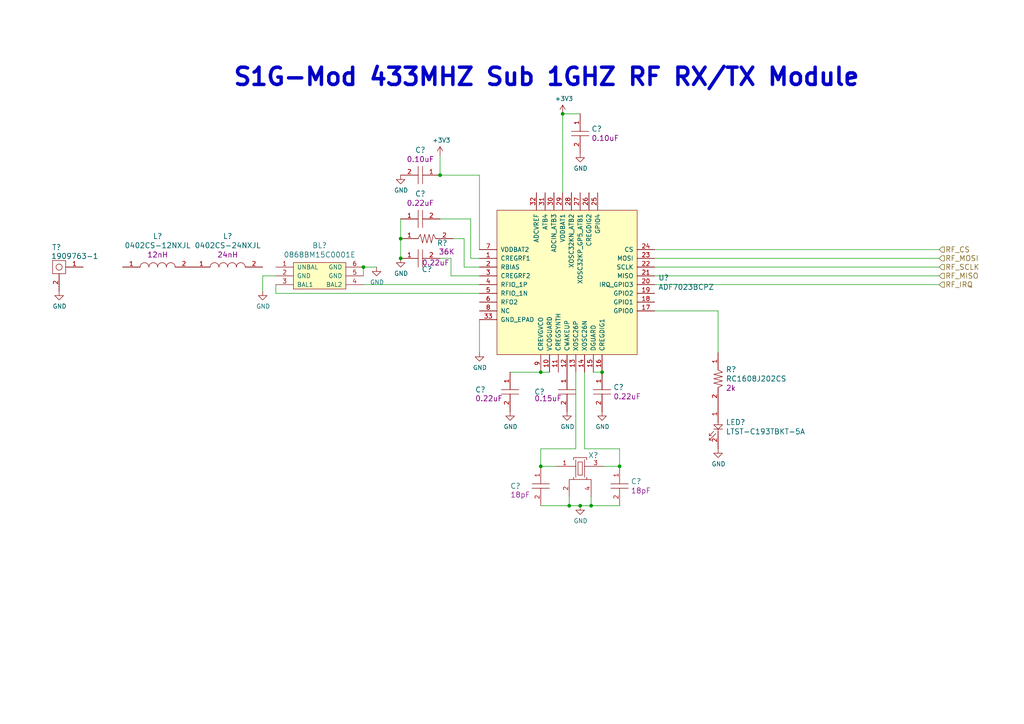
<source format=kicad_sch>
(kicad_sch (version 20230121) (generator eeschema)
  (paper "A4")
  (lib_symbols
    (symbol "S1G_Mod_433-rescue:+3.3V" (power) (pin_names (offset 0))
      (property "Value" "+3.3V" (at 0 3.556 0))
      (symbol "+3.3V_0_1"
        (polyline (pts (xy -0.762 1.27) (xy 0 2.54)))
        (polyline (pts (xy 0 0) (xy 0 2.54)))
        (polyline (pts (xy 0 2.54) (xy 0.762 1.27)))
      )
      (symbol "+3.3V_1_1"
        (pin power_in line (at 0 0 90) (length 0) hide (name "+3V3") (number "1"))
      )
    )
    (symbol "S1G_Mod_433-rescue:0402CS-12NXJL" (pin_names (offset 1.016))
      (property "Reference" "L" (at -3.81 -4.445 0))
      (property "Value" "0402CS-12NXJL" (at 0 -2.54 0))
      (property "Component-Value" "12nH" (at -2.54 -6.985 0))
      (symbol "0402CS-12NXJL_0_1"
        (arc (start -3.81 1.27) (mid -4.7246 0.9071) (end -5.08 0))
        (arc (start -2.54 0) (mid -2.9029 0.9146) (end -3.81 1.27))
        (arc (start -1.27 1.27) (mid -2.1846 0.9071) (end -2.54 0))
        (arc (start 0 0) (mid -0.3629 0.9146) (end -1.27 1.27))
        (arc (start 1.27 1.27) (mid 0.3554 0.9071) (end 0 0))
        (arc (start 2.54 0) (mid 2.1771 0.9146) (end 1.27 1.27))
        (arc (start 3.81 1.27) (mid 2.8954 0.9071) (end 2.54 0))
        (arc (start 5.08 0) (mid 4.7171 0.9146) (end 3.81 1.27))
      )
      (symbol "0402CS-12NXJL_1_1"
        (pin input line (at -10.16 0 0) (length 5.08) (name "~") (number "1"))
        (pin input line (at 10.16 0 180) (length 5.08) (name "~") (number "2"))
      )
    )
    (symbol "S1G_Mod_433-rescue:0402CS-24NXJL" (pin_names (offset 1.016))
      (property "Reference" "L" (at -3.81 -4.445 0))
      (property "Value" "0402CS-24NXJL" (at 0 -2.54 0))
      (property "Component-Value" "24nH" (at -2.54 -6.985 0))
      (symbol "0402CS-24NXJL_0_1"
        (arc (start -3.81 1.27) (mid -4.7246 0.9071) (end -5.08 0))
        (arc (start -2.54 0) (mid -2.9029 0.9146) (end -3.81 1.27))
        (arc (start -1.27 1.27) (mid -2.1846 0.9071) (end -2.54 0))
        (arc (start 0 0) (mid -0.3629 0.9146) (end -1.27 1.27))
        (arc (start 1.27 1.27) (mid 0.3554 0.9071) (end 0 0))
        (arc (start 2.54 0) (mid 2.1771 0.9146) (end 1.27 1.27))
        (arc (start 3.81 1.27) (mid 2.8954 0.9071) (end 2.54 0))
        (arc (start 5.08 0) (mid 4.7171 0.9146) (end 3.81 1.27))
      )
      (symbol "0402CS-24NXJL_1_1"
        (pin input line (at -10.16 0 0) (length 5.08) (name "~") (number "1"))
        (pin input line (at 10.16 0 180) (length 5.08) (name "~") (number "2"))
      )
    )
    (symbol "S1G_Mod_433-rescue:0868BM15C0001E" (pin_names (offset 1.016))
      (property "Reference" "BL" (at -5.08 5.08 0))
      (property "Value" "0868BM15C0001E" (at 0 -5.08 0))
      (symbol "0868BM15C0001E_0_1"
        (rectangle (start -7.62 3.81) (end 7.62 -3.81) (fill (type background)))
      )
      (symbol "0868BM15C0001E_1_1"
        (pin input line (at -12.7 2.54 0) (length 5.08) (name "UNBAL") (number "1"))
        (pin input line (at -12.7 0 0) (length 5.08) (name "GND") (number "2"))
        (pin input line (at -12.7 -2.54 0) (length 5.08) (name "BAL1") (number "3"))
        (pin input line (at 12.7 -2.54 180) (length 5.08) (name "BAL2") (number "4"))
        (pin input line (at 12.7 0 180) (length 5.08) (name "GND") (number "5"))
        (pin input line (at 12.7 2.54 180) (length 5.08) (name "GND") (number "6"))
      )
    )
    (symbol "S1G_Mod_433-rescue:1909763-1" (pin_names (offset 1.016))
      (property "Reference" "T" (at 3.81 -1.27 0))
      (property "Value" "1909763-1" (at 8.89 1.27 0))
      (symbol "1909763-1_0_1"
        (rectangle (start -1.905 1.905) (end 1.905 -1.905))
        (circle (center 0 0) (radius 0.889))
      )
      (symbol "1909763-1_1_1"
        (pin bidirectional line (at -6.985 0 0) (length 5.08) (name "~") (number "1"))
        (pin bidirectional line (at 0 -6.985 90) (length 5.08) (name "~") (number "2"))
      )
    )
    (symbol "S1G_Mod_433-rescue:ADF7023BCPZ" (pin_names (offset 1.016))
      (property "Reference" "U" (at -20.32 21.59 0))
      (property "Value" "ADF7023BCPZ" (at 17.78 -22.86 0))
      (symbol "ADF7023BCPZ_0_1"
        (rectangle (start -21.59 20.32) (end 19.05 -21.59) (fill (type background)))
      )
      (symbol "ADF7023BCPZ_1_1"
        (pin passive line (at -26.67 6.35 0) (length 5.08) (name "CREGRF1") (number "1"))
        (pin passive line (at -6.35 -26.67 90) (length 5.08) (name "VCOGUARD") (number "10"))
        (pin passive line (at -3.81 -26.67 90) (length 5.08) (name "CREGSYNTH") (number "11"))
        (pin passive line (at -1.27 -26.67 90) (length 5.08) (name "CWAKEUP") (number "12"))
        (pin passive line (at 1.27 -26.67 90) (length 5.08) (name "XOSC26P") (number "13"))
        (pin passive line (at 3.81 -26.67 90) (length 5.08) (name "XOSC26N") (number "14"))
        (pin passive line (at 6.35 -26.67 90) (length 5.08) (name "DGUARD") (number "15"))
        (pin passive line (at 8.89 -26.67 90) (length 5.08) (name "CREGDIG1") (number "16"))
        (pin passive line (at 24.13 -8.89 180) (length 5.08) (name "GPIO0") (number "17"))
        (pin passive line (at 24.13 -6.35 180) (length 5.08) (name "GPIO1") (number "18"))
        (pin passive line (at 24.13 -3.81 180) (length 5.08) (name "GPIO2") (number "19"))
        (pin passive line (at -26.67 3.81 0) (length 5.08) (name "RBIAS") (number "2"))
        (pin passive line (at 24.13 -1.27 180) (length 5.08) (name "IRQ_GPIO3") (number "20"))
        (pin passive line (at 24.13 1.27 180) (length 5.08) (name "MISO") (number "21"))
        (pin passive line (at 24.13 3.81 180) (length 5.08) (name "SCLK") (number "22"))
        (pin passive line (at 24.13 6.35 180) (length 5.08) (name "MOSI") (number "23"))
        (pin passive line (at 24.13 8.89 180) (length 5.08) (name "CS") (number "24"))
        (pin passive line (at 7.62 25.4 270) (length 5.08) (name "GPIO4") (number "25"))
        (pin passive line (at 5.08 25.4 270) (length 5.08) (name "CREGDIG2") (number "26"))
        (pin passive line (at 2.54 25.4 270) (length 5.08) (name "XOSC32KP_GP5_ATB1") (number "27"))
        (pin passive line (at 0 25.4 270) (length 5.08) (name "XOSC32KN_ATB2") (number "28"))
        (pin passive line (at -2.54 25.4 270) (length 5.08) (name "VDDBAT1") (number "29"))
        (pin passive line (at -26.67 1.27 0) (length 5.08) (name "CREGRF2") (number "3"))
        (pin passive line (at -5.08 25.4 270) (length 5.08) (name "ADCIN_ATB3") (number "30"))
        (pin passive line (at -7.62 25.4 270) (length 5.08) (name "ATB4") (number "31"))
        (pin passive line (at -10.16 25.4 270) (length 5.08) (name "ADCVREF") (number "32"))
        (pin passive line (at -26.67 -11.43 0) (length 5.08) (name "GND_EPAD") (number "33"))
        (pin passive line (at -26.67 -1.27 0) (length 5.08) (name "RFIO_1P") (number "4"))
        (pin passive line (at -26.67 -3.81 0) (length 5.08) (name "RFIO_1N") (number "5"))
        (pin passive line (at -26.67 -6.35 0) (length 5.08) (name "RFO2") (number "6"))
        (pin passive line (at -26.67 8.89 0) (length 5.08) (name "VDDBAT2") (number "7"))
        (pin passive line (at -26.67 -8.89 0) (length 5.08) (name "NC") (number "8"))
        (pin passive line (at -8.89 -26.67 90) (length 5.08) (name "CREVGVCO") (number "9"))
      )
    )
    (symbol "S1G_Mod_433-rescue:CL05B104JP5NNNC" (pin_names (offset 1.016))
      (property "Reference" "C" (at -5.08 3.81 0))
      (property "Value" "CL05B104JP5NNNC" (at 1.27 -3.81 0))
      (property "Component-Value" "0.10uF" (at -5.715 -6.35 0))
      (symbol "CL05B104JP5NNNC_0_1"
        (polyline (pts (xy -1.27 2.54) (xy -1.27 -2.54)))
        (polyline (pts (xy 0 2.54) (xy 0 -2.54)))
      )
      (symbol "CL05B104JP5NNNC_1_1"
        (pin input line (at -6.35 0 0) (length 5.08) (name "~") (number "1"))
        (pin input line (at 5.08 0 180) (length 5.08) (name "~") (number "2"))
      )
    )
    (symbol "S1G_Mod_433-rescue:CL05C180GB5NCNC" (pin_names (offset 1.016))
      (property "Reference" "C" (at -5.08 1.27 0))
      (property "Value" "CL05C180GB5NCNC" (at -7.62 -3.81 0))
      (property "Componen-Value" "18pF" (at -15.875 -6.35 0))
      (symbol "CL05C180GB5NCNC_0_1"
        (polyline (pts (xy 0 2.54) (xy 0 -2.54)))
        (polyline (pts (xy 1.27 2.54) (xy 1.27 -2.54)))
      )
      (symbol "CL05C180GB5NCNC_1_1"
        (pin input line (at -5.08 0 0) (length 5.08) (name "~") (number "1"))
        (pin input line (at 6.35 0 180) (length 5.08) (name "~") (number "2"))
      )
    )
    (symbol "S1G_Mod_433-rescue:CL10B224JO8NNNC" (pin_names (offset 1.016))
      (property "Reference" "C" (at -5.08 3.81 0))
      (property "Value" "CL10B224JO8NNNC" (at 1.27 -3.81 0))
      (property "Component-Value" "0.22uF" (at -5.715 -6.35 0))
      (symbol "CL10B224JO8NNNC_0_1"
        (polyline (pts (xy -1.27 2.54) (xy -1.27 -2.54)))
        (polyline (pts (xy 0 2.54) (xy 0 -2.54)))
      )
      (symbol "CL10B224JO8NNNC_1_1"
        (pin input line (at -6.35 0 0) (length 5.08) (name "~") (number "1"))
        (pin input line (at 5.08 0 180) (length 5.08) (name "~") (number "2"))
      )
    )
    (symbol "S1G_Mod_433-rescue:ERA-2AED363X" (pin_names (offset 1.016))
      (property "Reference" "R" (at -7.62 8.89 0))
      (property "Value" "ERA-2AED363X" (at 0 -3.81 0))
      (property "Component-Value" "36K" (at -13.97 0 0))
      (symbol "ERA-2AED363X_0_1"
        (polyline (pts (xy -2.54 0) (xy -1.905 1.27) (xy -1.27 -1.27) (xy -0.635 1.27) (xy 0 -1.27) (xy 0.635 1.27) (xy 1.27 -1.27) (xy 1.905 1.27) (xy 2.54 0)))
      )
      (symbol "ERA-2AED363X_1_1"
        (pin input line (at -7.62 0 0) (length 5.08) (name "~") (number "1"))
        (pin input line (at 7.62 0 180) (length 5.08) (name "~") (number "2"))
      )
    )
    (symbol "S1G_Mod_433-rescue:FA-128_26.0000MF10Z-AC3" (pin_names (offset 1.016))
      (property "Reference" "X" (at -2.54 5.08 0))
      (property "Value" "FA-128_26.0000MF10Z-AC3" (at 12.7 5.08 0))
      (symbol "FA-128_26.0000MF10Z-AC3_1_1"
        (polyline (pts (xy -2.54 -2.54) (xy 3.81 -2.54)))
        (polyline (pts (xy -1.27 -2.54) (xy -1.27 -1.905)))
        (polyline (pts (xy -1.27 1.27) (xy -0.635 1.27)))
        (polyline (pts (xy -0.635 -1.905) (xy -0.635 3.175)))
        (polyline (pts (xy 1.905 3.175) (xy 1.905 -1.905)))
        (polyline (pts (xy 2.54 -1.905) (xy 2.54 -2.54)))
        (polyline (pts (xy 2.54 1.27) (xy 1.905 1.27)))
        (polyline (pts (xy -1.27 3.175) (xy -1.27 3.81) (xy 2.54 3.81) (xy 2.54 3.175)))
        (polyline (pts (xy 0 2.54) (xy 1.27 2.54) (xy 1.27 -1.27) (xy 0 -1.27) (xy 0 2.54)))
        (pin bidirectional line (at -6.35 1.27 0) (length 5.0038) (name "~") (number "1"))
        (pin bidirectional line (at -2.54 -7.62 90) (length 5.0038) (name "~") (number "2"))
        (pin bidirectional line (at 7.62 1.27 180) (length 5.0038) (name "~") (number "3"))
        (pin bidirectional line (at 3.81 -7.62 90) (length 5.0038) (name "~") (number "4"))
      )
    )
    (symbol "S1G_Mod_433-rescue:GND" (power) (pin_names (offset 0))
      (property "Value" "GND" (at 0 -3.81 0))
      (symbol "GND_0_1"
        (polyline (pts (xy 0 0) (xy 0 -1.27) (xy 1.27 -1.27) (xy 0 -2.54) (xy -1.27 -1.27) (xy 0 -1.27)))
      )
      (symbol "GND_1_1"
        (pin power_in line (at 0 0 270) (length 0) hide (name "GND") (number "1"))
      )
    )
    (symbol "S1G_Mod_433-rescue:GRM155R71H152KA01D" (pin_names (offset 1.016))
      (property "Reference" "C" (at -15.24 -1.27 0))
      (property "Value" "GRM155R71H152KA01D" (at -7.62 -3.81 0))
      (property "Componen-Value" "0.15uF" (at -13.335 -6.35 0))
      (symbol "GRM155R71H152KA01D_0_1"
        (polyline (pts (xy -0.635 2.54) (xy -0.635 -2.54)))
        (polyline (pts (xy 0.635 2.54) (xy 0.635 -2.54)))
      )
      (symbol "GRM155R71H152KA01D_1_1"
        (pin input line (at -5.715 0 0) (length 5.08) (name "~") (number "1"))
        (pin input line (at 5.715 0 180) (length 5.08) (name "~") (number "2"))
      )
    )
    (symbol "S1G_Mod_433-rescue:LTST-C193TBKT-5A" (pin_names (offset 1.016))
      (property "Reference" "LED" (at -6.985 2.54 0))
      (property "Value" "LTST-C193TBKT-5A" (at 0 -3.81 0))
      (symbol "LTST-C193TBKT-5A_0_1"
        (polyline (pts (xy -0.635 0) (xy -1.27 0)))
        (polyline (pts (xy 0.635 1.27) (xy 0.635 -1.27)))
        (polyline (pts (xy 1.27 0) (xy 0.635 0)))
        (polyline (pts (xy 1.905 -0.635) (xy 3.81 -2.54)))
        (polyline (pts (xy 3.81 -2.54) (xy 3.175 -2.54)))
        (polyline (pts (xy 3.81 -2.54) (xy 3.81 -1.905)))
        (polyline (pts (xy -0.635 1.27) (xy -0.635 -1.27) (xy 0.635 0) (xy -0.635 1.27)))
        (polyline (pts (xy 1.27 -1.27) (xy 2.54 -2.54) (xy 2.54 -1.905) (xy 2.54 -2.54) (xy 1.905 -2.54)))
      )
      (symbol "LTST-C193TBKT-5A_1_1"
        (pin passive line (at -6.35 0 0) (length 5.08) (name "~") (number "1"))
        (pin input line (at 6.35 0 180) (length 5.08) (name "~") (number "2"))
      )
    )
    (symbol "S1G_Mod_433-rescue:RC1608J202CS" (pin_names (offset 1.016))
      (property "Reference" "R" (at -7.62 8.89 0))
      (property "Value" "RC1608J202CS" (at 0 -3.81 0))
      (property "Component-Value" "2k" (at -13.97 0 0))
      (symbol "RC1608J202CS_0_1"
        (polyline (pts (xy -2.54 0) (xy -1.905 1.27) (xy -1.27 -1.27) (xy -0.635 1.27) (xy 0 -1.27) (xy 0.635 1.27) (xy 1.27 -1.27) (xy 1.905 1.27) (xy 2.54 0)))
      )
      (symbol "RC1608J202CS_1_1"
        (pin input line (at -7.62 0 0) (length 5.08) (name "~") (number "1"))
        (pin input line (at 7.62 0 180) (length 5.08) (name "~") (number "2"))
      )
    )
  )
  (junction (at 156.845 135.255))
  (junction (at 116.205 69.215))
  (junction (at 105.41 77.47))
  (junction (at 163.195 33.02))
  (junction (at 165.1 146.685))
  (junction (at 179.705 135.255))
  (junction (at 174.625 107.95))
  (junction (at 156.845 107.95))
  (junction (at 168.275 146.685))
  (junction (at 116.205 74.93))
  (junction (at 127.635 50.8))
  (junction (at 171.45 146.685))
  (wire (pts (xy 156.845 135.255) (xy 156.845 130.175)))
  (wire (pts (xy 147.955 107.95) (xy 156.845 107.95)))
  (wire (pts (xy 116.205 69.215) (xy 116.205 74.93)))
  (wire (pts (xy 136.525 63.5) (xy 136.525 74.93)))
  (wire (pts (xy 165.1 144.145) (xy 165.1 146.685)))
  (wire (pts (xy 130.81 80.01) (xy 139.065 80.01)))
  (wire (pts (xy 156.845 130.175) (xy 167.005 130.175)))
  (wire (pts (xy 156.845 146.685) (xy 165.1 146.685)))
  (wire (pts (xy 80.01 85.09) (xy 139.065 85.09)))
  (wire (pts (xy 167.005 107.95) (xy 167.005 130.175)))
  (wire (pts (xy 163.195 33.02) (xy 168.275 33.02)))
  (wire (pts (xy 179.705 135.255) (xy 175.26 135.255)))
  (wire (pts (xy 179.705 130.175) (xy 179.705 135.255)))
  (wire (pts (xy 134.62 77.47) (xy 139.065 77.47)))
  (wire (pts (xy 139.065 82.55) (xy 105.41 82.55)))
  (wire (pts (xy 80.01 82.55) (xy 80.01 85.09)))
  (wire (pts (xy 127.635 63.5) (xy 136.525 63.5)))
  (wire (pts (xy 189.865 77.47) (xy 272.415 77.47)))
  (wire (pts (xy 130.81 74.93) (xy 130.81 80.01)))
  (wire (pts (xy 272.415 80.01) (xy 189.865 80.01)))
  (wire (pts (xy 165.1 146.685) (xy 168.275 146.685)))
  (wire (pts (xy 272.415 74.93) (xy 189.865 74.93)))
  (wire (pts (xy 76.2 80.01) (xy 76.2 84.455)))
  (wire (pts (xy 105.41 77.47) (xy 109.22 77.47)))
  (wire (pts (xy 208.28 90.17) (xy 208.28 102.235)))
  (wire (pts (xy 116.205 63.5) (xy 116.205 69.215)))
  (wire (pts (xy 156.845 107.95) (xy 159.385 107.95)))
  (wire (pts (xy 139.065 50.8) (xy 139.065 72.39)))
  (wire (pts (xy 171.45 144.145) (xy 171.45 146.685)))
  (wire (pts (xy 161.29 135.255) (xy 156.845 135.255)))
  (wire (pts (xy 172.085 107.95) (xy 174.625 107.95)))
  (wire (pts (xy 136.525 74.93) (xy 139.065 74.93)))
  (wire (pts (xy 169.545 107.95) (xy 169.545 130.175)))
  (wire (pts (xy 127.635 74.93) (xy 130.81 74.93)))
  (wire (pts (xy 105.41 80.01) (xy 105.41 77.47)))
  (wire (pts (xy 131.445 69.215) (xy 134.62 69.215)))
  (wire (pts (xy 189.865 82.55) (xy 272.415 82.55)))
  (wire (pts (xy 127.635 45.085) (xy 127.635 50.8)))
  (wire (pts (xy 168.275 146.685) (xy 171.45 146.685)))
  (wire (pts (xy 189.865 90.17) (xy 208.28 90.17)))
  (wire (pts (xy 171.45 146.685) (xy 179.705 146.685)))
  (wire (pts (xy 139.065 92.71) (xy 139.065 102.235)))
  (wire (pts (xy 163.195 55.88) (xy 163.195 33.02)))
  (wire (pts (xy 134.62 69.215) (xy 134.62 77.47)))
  (wire (pts (xy 80.01 80.01) (xy 76.2 80.01)))
  (wire (pts (xy 189.865 72.39) (xy 272.415 72.39)))
  (wire (pts (xy 169.545 130.175) (xy 179.705 130.175)))
  (wire (pts (xy 127.635 50.8) (xy 139.065 50.8)))
  (text "S1G-Mod 433MHZ Sub 1GHZ RF RX/TX Module" (at 67.31 25.4 0) (effects (font (size 5.0038 5.0038) (thickness 1.0008) bold) (justify left bottom)))
  (hierarchical_label "RF_MISO" (shape input) (at 272.415 80.01 0) (effects (font (size 1.524 1.524))))
  (hierarchical_label "RF_SCLK" (shape input) (at 272.415 77.47 0) (effects (font (size 1.524 1.524))))
  (hierarchical_label "RF_CS" (shape input) (at 272.415 72.39 0) (effects (font (size 1.524 1.524))))
  (hierarchical_label "RF_IRQ" (shape input) (at 272.415 82.55 0) (effects (font (size 1.524 1.524))))
  (hierarchical_label "RF_MOSI" (shape input) (at 272.415 74.93 0) (effects (font (size 1.524 1.524))))
  (symbol (lib_id "S1G_Mod_433-rescue:FA-128_26.0000MF10Z-AC3") (at 167.64 136.525 0) (unit 1)
    (property "Reference" "X?" (at 172.085 132.08 0) (effects (font (size 1.524 1.524))))
    (property "Value" "FA-128_26.0000MF10Z-AC3" (effects hide))
    (property "Footprint" "PCB_Footprints:FA-128_26.0000MF10Z-AC3" (effects hide))
    (property "Datasheet" "https://support.epson.biz/td/api/doc_check.php?dl=brief_FA-128_en.pdf" (effects hide))
    (property "Cost" "0.50000 @ 100" (effects hide))
    (property "Date Created " "27 Sept 2016" (effects hide))
    (property "Date Modified" "27 Sept 2016" (effects hide))
    (property "Designer" "Adam Vadala-Roth" (effects hide))
    (property "Height" "0.5mm" (effects hide))
    (property "RHoS?" "Yes" (effects hide))
    (property "MFR" "EPSON" (effects hide))
    (property "MFR#" "FA-128 26.0000MF10Z-AC3" (effects hide))
    (property "Mounting" "SMT/SMD" (effects hide))
    (property "Pin Count#" "4" (effects hide))
    (property "Status" "Active" (effects hide))
    (property "Tolerance" "N/A" (effects hide))
    (property "Type" "Crystal Oscillator" (effects hide))
    (property "Voltage" "3.3V" (effects hide))
    (property "Wattage" "N/A" (effects hide))
    (property "Component-Value" "26MHz ±10ppm Crystal 9pF" (effects hide))
    (property "Description" "26MHz ±10ppm Crystal 9pF 60 Ohm -20°C ~ 75°C Surface Mount 4-SMD, No Lead (DFN, LCC)" (effects hide))
  )
  (symbol (lib_id "S1G_Mod_433-rescue:CL05C180GB5NCNC") (at 156.845 140.335 270) (unit 1)
    (property "Reference" "C?" (at 147.955 140.97 90) (effects (font (size 1.524 1.524)) (justify left)))
    (property "Value" "CL05C180GB5NCNC" (effects hide))
    (property "Footprint" "PCB_Footprints:C0402" (effects hide))
    (property "Datasheet" "https://media.digikey.com/pdf/Data%20Sheets/Samsung%20PDFs/CL_Series_MLCC_ds.pdf" (effects hide))
    (property "Cost" "0.00900 @ 5000" (effects hide))
    (property "Date Created" "5 Sept 2016" (effects hide))
    (property "Date Modifed" "5 Sept 2016" (effects hide))
    (property "Designer" "Adam Vadala-Roth" (effects hide))
    (property "Height" "0.55mm" (effects hide))
    (property "RHoS?" "Yes" (effects hide))
    (property "MFR" "Samsung Electro-Mechanics America, Inc." (effects hide))
    (property "MFR#" "CL05C180GB5NCNC" (effects hide))
    (property "Mounting" "SMT/SMD" (effects hide))
    (property "Pin Count#" "2" (effects hide))
    (property "Status" "Active" (effects hide))
    (property "Tolerance" "2%" (effects hide))
    (property "Type" "Ceramic Capacitor 0402" (effects hide))
    (property "Voltage" "50V" (effects hide))
    (property "Wattage" "N/A" (effects hide))
    (property "Componen-Value" "18pF" (at 147.955 143.51 90) (effects (font (size 1.524 1.524)) (justify left)))
    (property "Description" "18pF 50V Ceramic Capacitor C0G, NP0 0402 (1005 Metric) 0.039\" L x 0.020\" W (1.00mm x 0.50mm)" (effects hide))
  )
  (symbol (lib_id "S1G_Mod_433-rescue:GRM155R71H152KA01D") (at 164.465 113.665 270) (unit 1)
    (property "Reference" "C?" (at 154.94 113.665 90) (effects (font (size 1.524 1.524)) (justify left)))
    (property "Value" "GRM155R71H152KA01D" (effects hide))
    (property "Footprint" "PCB_Footprints:C0402" (effects hide))
    (property "Datasheet" "http://www.murata.com/~/media/webrenewal/support/library/catalog/products/capacitor/mlcc/c02e.pdf" (effects hide))
    (property "Cost" "0.00225 @ 5000" (effects hide))
    (property "Date Created" "28 Oct 2016" (effects hide))
    (property "Date Modifed" "28 Oct 2016" (effects hide))
    (property "Designer" "Adam Vadala-Roth" (effects hide))
    (property "Height" "0.51mm" (effects hide))
    (property "RHoS?" "Yes" (effects hide))
    (property "MFR" "Murata Electronics North America" (effects hide))
    (property "MFR#" "GRM155R71H152KA01D" (effects hide))
    (property "Mounting" "SMT/SMD" (effects hide))
    (property "Pin Count#" "2" (effects hide))
    (property "Status" "Active" (effects hide))
    (property "Tolerance" "10%" (effects hide))
    (property "Type" "Ceramic Capacitor 0402" (effects hide))
    (property "Voltage" "50V" (effects hide))
    (property "Wattage" "N/A" (effects hide))
    (property "Componen-Value" "0.15uF" (at 154.94 115.57 90) (effects (font (size 1.524 1.524)) (justify left)))
    (property "Description" "1500pF 50V Ceramic Capacitor X7R 0402 (1005 Metric) 0.039\" L x 0.020\" W (1.00mm x 0.50mm)" (effects hide))
  )
  (symbol (lib_id "S1G_Mod_433-rescue:CL05C180GB5NCNC") (at 179.705 140.335 270) (unit 1)
    (property "Reference" "C?" (at 182.9562 139.6238 90) (effects (font (size 1.524 1.524)) (justify left)))
    (property "Value" "CL05C180GB5NCNC" (effects hide))
    (property "Footprint" "PCB_Footprints:C0402" (effects hide))
    (property "Datasheet" "https://media.digikey.com/pdf/Data%20Sheets/Samsung%20PDFs/CL_Series_MLCC_ds.pdf" (effects hide))
    (property "Cost" "0.00900 @ 5000" (effects hide))
    (property "Date Created" "5 Sept 2016" (effects hide))
    (property "Date Modifed" "5 Sept 2016" (effects hide))
    (property "Designer" "Adam Vadala-Roth" (effects hide))
    (property "Height" "0.55mm" (effects hide))
    (property "RHoS?" "Yes" (effects hide))
    (property "MFR" "Samsung Electro-Mechanics America, Inc." (effects hide))
    (property "MFR#" "CL05C180GB5NCNC" (effects hide))
    (property "Mounting" "SMT/SMD" (effects hide))
    (property "Pin Count#" "2" (effects hide))
    (property "Status" "Active" (effects hide))
    (property "Tolerance" "2%" (effects hide))
    (property "Type" "Ceramic Capacitor 0402" (effects hide))
    (property "Voltage" "50V" (effects hide))
    (property "Wattage" "N/A" (effects hide))
    (property "Componen-Value" "18pF" (at 182.9562 142.3162 90) (effects (font (size 1.524 1.524)) (justify left)))
    (property "Description" "18pF 50V Ceramic Capacitor C0G, NP0 0402 (1005 Metric) 0.039\" L x 0.020\" W (1.00mm x 0.50mm)" (effects hide))
  )
  (symbol (lib_id "S1G_Mod_433-rescue:GND") (at 168.275 146.685 0) (unit 1)
    (property "Reference" "#PWR?" (effects hide))
    (property "Value" "GND" (at 168.402 151.0792 0))
  )
  (symbol (lib_id "S1G_Mod_433-rescue:CL10B224JO8NNNC") (at 122.555 63.5 0) (unit 1)
    (property "Reference" "C?" (at 121.92 56.2102 0) (effects (font (size 1.524 1.524))))
    (property "Value" "CL10B224JO8NNNC" (effects hide))
    (property "Footprint" "PCB_Footprints:C0402" (effects hide))
    (property "Datasheet" "http://www.samsungsem.com/kr/front/downloadcms.do?path=/kr/support/product-search/mlcc/__icsFiles/afieldfile/2014/11/05&fileName=C_CL10B224JO8NNNC.pdf" (effects hide))
    (property "Cost" "0.03186 @ 4000" (effects hide))
    (property "Date Created" "28 Oct 2016" (effects hide))
    (property "Date Modified" "28 Oct 2016" (effects hide))
    (property "Designer" "Adam Vadala-Roth" (effects hide))
    (property "Height" "0.9mm" (effects hide))
    (property "RHoS?" "Yes" (effects hide))
    (property "MFR" "Samsung Electro-Mechanics America, Inc." (effects hide))
    (property "MFR#" "CL10B224JO8NNNC" (effects hide))
    (property "Mounting" "SMT/SMD" (effects hide))
    (property "Pint Count#" "2" (effects hide))
    (property "Status" "Active" (effects hide))
    (property "Tolerance" "5%" (effects hide))
    (property "Type" "Ceramic Capacitor 0402" (effects hide))
    (property "Voltage" "16V" (effects hide))
    (property "Wattage" "N/A" (effects hide))
    (property "Component-Value" "0.22uF" (at 121.92 58.9026 0) (effects (font (size 1.524 1.524))))
    (property "Description" "0.22µF 16V Ceramic Capacitor X7R 0603 (1608 Metric) 0.063\" L x 0.031\" W (1.60mm x 0.80mm)" (effects hide))
  )
  (symbol (lib_id "S1G_Mod_433-rescue:GND") (at 139.065 102.235 0) (unit 1)
    (property "Reference" "#PWR?" (effects hide))
    (property "Value" "GND" (at 139.192 106.6292 0))
  )
  (symbol (lib_id "S1G_Mod_433-rescue:+3.3V") (at 127.635 45.085 0) (unit 1)
    (property "Reference" "#PWR?" (effects hide))
    (property "Value" "+3.3V" (at 128.016 40.6908 0))
  )
  (symbol (lib_id "S1G_Mod_433-rescue:ERA-2AED363X") (at 123.825 69.215 0) (unit 1)
    (property "Reference" "R?" (at 128.27 70.485 0) (effects (font (size 1.524 1.524))))
    (property "Value" "ERA-2AED363X" (effects hide))
    (property "Footprint" "PCB_Footprints:R0603" (effects hide))
    (property "Datasheet" "https://media.digikey.com/pdf/Data%20Sheets/Panasonic%20Electronic%20Components/ERA%201A,2A,3A,6A,8A.pdf" (effects hide))
    (property "Cost" "0.03300 @ 5000" (effects hide))
    (property "Date Created" "28 Oct 2016" (effects hide))
    (property "Date Modified" "28 Oct 2016" (effects hide))
    (property "Designer" "Adam Vadala-Roth" (effects hide))
    (property "Height" "0.4mm" (effects hide))
    (property "RHoS?" "Yes" (effects hide))
    (property "MFR" "Panasonic Electronic Components" (effects hide))
    (property "MFR#" "ERA-2AED363X" (effects hide))
    (property "Mounting" "SMT/SMD" (effects hide))
    (property "Pin Count#" "2" (effects hide))
    (property "Status" "Active" (effects hide))
    (property "Tolerance" "0.5%" (effects hide))
    (property "Type" "passive" (effects hide))
    (property "Voltage" "N/A" (effects hide))
    (property "Wattage" "1/16" (effects hide))
    (property "Component-Value" "36K" (at 129.54 73.025 0) (effects (font (size 1.524 1.524))))
    (property "Description" "RES SMD 36K OHM 0.5% 1/16W 0402" (effects hide))
  )
  (symbol (lib_id "S1G_Mod_433-rescue:GND") (at 116.205 74.93 0) (unit 1)
    (property "Reference" "#PWR?" (effects hide))
    (property "Value" "GND" (at 116.332 79.3242 0))
  )
  (symbol (lib_id "S1G_Mod_433-rescue:CL10B224JO8NNNC") (at 122.555 74.93 0) (unit 1)
    (property "Reference" "C?" (at 123.825 78.105 0) (effects (font (size 1.524 1.524))))
    (property "Value" "CL10B224JO8NNNC" (effects hide))
    (property "Footprint" "PCB_Footprints:C0402" (effects hide))
    (property "Datasheet" "http://www.samsungsem.com/kr/front/downloadcms.do?path=/kr/support/product-search/mlcc/__icsFiles/afieldfile/2014/11/05&fileName=C_CL10B224JO8NNNC.pdf" (effects hide))
    (property "Cost" "0.03186 @ 4000" (effects hide))
    (property "Date Created" "28 Oct 2016" (effects hide))
    (property "Date Modified" "28 Oct 2016" (effects hide))
    (property "Designer" "Adam Vadala-Roth" (effects hide))
    (property "Height" "0.9mm" (effects hide))
    (property "RHoS?" "Yes" (effects hide))
    (property "MFR" "Samsung Electro-Mechanics America, Inc." (effects hide))
    (property "MFR#" "CL10B224JO8NNNC" (effects hide))
    (property "Mounting" "SMT/SMD" (effects hide))
    (property "Pint Count#" "2" (effects hide))
    (property "Status" "Active" (effects hide))
    (property "Tolerance" "5%" (effects hide))
    (property "Type" "Ceramic Capacitor 0402" (effects hide))
    (property "Voltage" "16V" (effects hide))
    (property "Wattage" "N/A" (effects hide))
    (property "Component-Value" "0.22uF" (at 126.365 76.2 0) (effects (font (size 1.524 1.524))))
    (property "Description" "0.22µF 16V Ceramic Capacitor X7R 0603 (1608 Metric) 0.063\" L x 0.031\" W (1.60mm x 0.80mm)" (effects hide))
  )
  (symbol (lib_id "S1G_Mod_433-rescue:CL10B224JO8NNNC") (at 174.625 114.3 270) (unit 1)
    (property "Reference" "C?" (at 177.8762 112.3188 90) (effects (font (size 1.524 1.524)) (justify left)))
    (property "Value" "CL10B224JO8NNNC" (effects hide))
    (property "Footprint" "PCB_Footprints:C0402" (effects hide))
    (property "Datasheet" "http://www.samsungsem.com/kr/front/downloadcms.do?path=/kr/support/product-search/mlcc/__icsFiles/afieldfile/2014/11/05&fileName=C_CL10B224JO8NNNC.pdf" (effects hide))
    (property "Cost" "0.03186 @ 4000" (effects hide))
    (property "Date Created" "28 Oct 2016" (effects hide))
    (property "Date Modified" "28 Oct 2016" (effects hide))
    (property "Designer" "Adam Vadala-Roth" (effects hide))
    (property "Height" "0.9mm" (effects hide))
    (property "RHoS?" "Yes" (effects hide))
    (property "MFR" "Samsung Electro-Mechanics America, Inc." (effects hide))
    (property "MFR#" "CL10B224JO8NNNC" (effects hide))
    (property "Mounting" "SMT/SMD" (effects hide))
    (property "Pint Count#" "2" (effects hide))
    (property "Status" "Active" (effects hide))
    (property "Tolerance" "5%" (effects hide))
    (property "Type" "Ceramic Capacitor 0402" (effects hide))
    (property "Voltage" "16V" (effects hide))
    (property "Wattage" "N/A" (effects hide))
    (property "Component-Value" "0.22uF" (at 177.8762 115.0112 90) (effects (font (size 1.524 1.524)) (justify left)))
    (property "Description" "0.22µF 16V Ceramic Capacitor X7R 0603 (1608 Metric) 0.063\" L x 0.031\" W (1.60mm x 0.80mm)" (effects hide))
  )
  (symbol (lib_id "S1G_Mod_433-rescue:CL10B224JO8NNNC") (at 147.955 114.3 270) (unit 1)
    (property "Reference" "C?" (at 137.795 113.03 90) (effects (font (size 1.524 1.524)) (justify left)))
    (property "Value" "CL10B224JO8NNNC" (effects hide))
    (property "Footprint" "PCB_Footprints:C0402" (effects hide))
    (property "Datasheet" "http://www.samsungsem.com/kr/front/downloadcms.do?path=/kr/support/product-search/mlcc/__icsFiles/afieldfile/2014/11/05&fileName=C_CL10B224JO8NNNC.pdf" (effects hide))
    (property "Cost" "0.03186 @ 4000" (effects hide))
    (property "Date Created" "28 Oct 2016" (effects hide))
    (property "Date Modified" "28 Oct 2016" (effects hide))
    (property "Designer" "Adam Vadala-Roth" (effects hide))
    (property "Height" "0.9mm" (effects hide))
    (property "RHoS?" "Yes" (effects hide))
    (property "MFR" "Samsung Electro-Mechanics America, Inc." (effects hide))
    (property "MFR#" "CL10B224JO8NNNC" (effects hide))
    (property "Mounting" "SMT/SMD" (effects hide))
    (property "Pint Count#" "2" (effects hide))
    (property "Status" "Active" (effects hide))
    (property "Tolerance" "5%" (effects hide))
    (property "Type" "Ceramic Capacitor 0402" (effects hide))
    (property "Voltage" "16V" (effects hide))
    (property "Wattage" "N/A" (effects hide))
    (property "Component-Value" "0.22uF" (at 137.795 115.57 90) (effects (font (size 1.524 1.524)) (justify left)))
    (property "Description" "0.22µF 16V Ceramic Capacitor X7R 0603 (1608 Metric) 0.063\" L x 0.031\" W (1.60mm x 0.80mm)" (effects hide))
  )
  (symbol (lib_id "S1G_Mod_433-rescue:GND") (at 147.955 119.38 0) (unit 1)
    (property "Reference" "#PWR?" (effects hide))
    (property "Value" "GND" (at 148.082 123.7742 0))
  )
  (symbol (lib_id "S1G_Mod_433-rescue:GND") (at 174.625 119.38 0) (unit 1)
    (property "Reference" "#PWR?" (effects hide))
    (property "Value" "GND" (at 174.752 123.7742 0))
  )
  (symbol (lib_id "S1G_Mod_433-rescue:GND") (at 164.465 119.38 0) (unit 1)
    (property "Reference" "#PWR?" (effects hide))
    (property "Value" "GND" (at 164.592 123.7742 0))
  )
  (symbol (lib_id "S1G_Mod_433-rescue:RC1608J202CS") (at 208.28 109.855 270) (unit 1)
    (property "Reference" "R?" (at 210.5152 107.1626 90) (effects (font (size 1.524 1.524)) (justify left)))
    (property "Value" "RC1608J202CS" (at 210.5152 109.855 90) (effects (font (size 1.524 1.524)) (justify left)))
    (property "Footprint" "PCB_Footprints:R0603" (effects hide))
    (property "Datasheet" "https://media.digikey.com/pdf/Data%20Sheets/Samsung%20PDFs/RC_Series_ds.pdf" (effects hide))
    (property "Cost" "0.00268 @ 5000" (effects hide))
    (property "Date Created" "14 Sept 2016" (effects hide))
    (property "Date Modified" "14 Sept 2016" (effects hide))
    (property "Designer" "Adam Vadala-Roth" (effects hide))
    (property "Height" "0.55mm" (effects hide))
    (property "RHoS?" "Yes" (effects hide))
    (property "MFR" "Samsung Electro-Mechanics America, Inc." (effects hide))
    (property "MFR#" "RC1608F202CS" (effects hide))
    (property "Mounting" "SMT/SMD" (effects hide))
    (property "Pin Count#" "2" (effects hide))
    (property "Status" "Active" (effects hide))
    (property "Tolerance" "1%" (effects hide))
    (property "Type" "passive" (effects hide))
    (property "Voltage" "N/A" (effects hide))
    (property "Wattage" "1/10" (effects hide))
    (property "Component-Value" "2k" (at 210.5152 112.5474 90) (effects (font (size 1.524 1.524)) (justify left)))
    (property "Description" "RES SMD 2K OHM 1% 1/10W 0603" (effects hide))
  )
  (symbol (lib_id "S1G_Mod_433-rescue:LTST-C193TBKT-5A") (at 208.28 123.825 270) (unit 1)
    (property "Reference" "LED?" (at 210.5152 122.4788 90) (effects (font (size 1.524 1.524)) (justify left)))
    (property "Value" "LTST-C193TBKT-5A" (at 210.5152 125.1712 90) (effects (font (size 1.524 1.524)) (justify left)))
    (property "Footprint" "PCB_Footprints:LED0603" (effects hide))
    (property "Datasheet" "http://optoelectronics.liteon.com/upload/download/DS22-2004-060/P_100_LTST-C193TBKT-5A.pdf" (effects hide))
    (property "Cost" "0.06102 @ 6000" (effects hide))
    (property "Date Created" "8 Sept 2016" (effects hide))
    (property "Date Modified" "8 Sept 2016" (effects hide))
    (property "Designer" "Adam Vadala-Roth" (effects hide))
    (property "Height" "0.55mm" (effects hide))
    (property "RhoS?" "Yes" (effects hide))
    (property "MFR" "Lite-On Inc" (effects hide))
    (property "MFR#" "LTST-C193TBKT-5A" (effects hide))
    (property "Mounting" "SMT/SMD" (effects hide))
    (property "Pin Count#" "2" (effects hide))
    (property "Status" "Active" (effects hide))
    (property "Tolerance" "N/A" (effects hide))
    (property "Type" "0603 LED" (effects hide))
    (property "Voltage" "2.8V Forward Voltage" (effects hide))
    (property "Wattage" "N/A" (effects hide))
    (property "Component-Value" "N/A" (effects hide))
    (property "Description" "Blue 470nm LED Indication - Discrete 2.8V 0603 (1608 Metric)" (effects hide))
  )
  (symbol (lib_id "S1G_Mod_433-rescue:GND") (at 208.28 130.175 0) (unit 1)
    (property "Reference" "#PWR?" (effects hide))
    (property "Value" "GND" (at 208.407 134.5692 0))
  )
  (symbol (lib_id "S1G_Mod_433-rescue:+3.3V") (at 163.195 33.02 0) (unit 1)
    (property "Reference" "#PWR?" (effects hide))
    (property "Value" "+3.3V" (at 163.576 28.6258 0))
  )
  (symbol (lib_id "S1G_Mod_433-rescue:CL05B104JP5NNNC") (at 168.275 39.37 270) (unit 1)
    (property "Reference" "C?" (at 171.5262 37.3888 90) (effects (font (size 1.524 1.524)) (justify left)))
    (property "Value" "CL05B104JP5NNNC" (effects hide))
    (property "Footprint" "PCB_Footprints:C0402" (effects hide))
    (property "Datasheet" "http://www.samsungsem.com/kr/support/product-search/mlcc/__icsFiles/afieldfile/2016/08/18/S_CL05B104JP5NNNC.pdf" (effects hide))
    (property "Cost" "$0.00903 @ 5000" (effects hide))
    (property "Date Created" "4 Sept 2016" (effects hide))
    (property "Date Modified" "5 Sept 2016" (effects hide))
    (property "Designer" "Adam Vadala-Roth" (effects hide))
    (property "Height" "0.55mm" (effects hide))
    (property "RHoS?" "Yes" (effects hide))
    (property "MFR" "Samsung Electro-Mechanics America, Inc." (effects hide))
    (property "MFR#" "CL05B104JP5NNNC" (effects hide))
    (property "Mounting" "SMT/SMD" (effects hide))
    (property "Pint Count#" "2" (effects hide))
    (property "Status" "Active" (effects hide))
    (property "Tolerance" "5%" (effects hide))
    (property "Type" "Ceramic Capacitor 0402" (effects hide))
    (property "Voltage" "10V" (effects hide))
    (property "Wattage" "N/A" (effects hide))
    (property "Component-Value" "0.10uF" (at 171.5262 40.0812 90) (effects (font (size 1.524 1.524)) (justify left)))
    (property "Description" "0.10µF 10V Ceramic Capacitor X7R 0402 (1005 Metric) 0.039\" L x 0.020\" W (1.00mm x 0.50mm)" (effects hide))
  )
  (symbol (lib_id "S1G_Mod_433-rescue:GND") (at 168.275 44.45 0) (unit 1)
    (property "Reference" "#PWR?" (effects hide))
    (property "Value" "GND" (at 168.402 48.8442 0))
  )
  (symbol (lib_id "S1G_Mod_433-rescue:CL05B104JP5NNNC") (at 121.285 50.8 180) (unit 1)
    (property "Reference" "C?" (at 121.92 43.5102 0) (effects (font (size 1.524 1.524))))
    (property "Value" "CL05B104JP5NNNC" (effects hide))
    (property "Footprint" "PCB_Footprints:C0402" (effects hide))
    (property "Datasheet" "http://www.samsungsem.com/kr/support/product-search/mlcc/__icsFiles/afieldfile/2016/08/18/S_CL05B104JP5NNNC.pdf" (effects hide))
    (property "Cost" "$0.00903 @ 5000" (effects hide))
    (property "Date Created" "4 Sept 2016" (effects hide))
    (property "Date Modified" "5 Sept 2016" (effects hide))
    (property "Designer" "Adam Vadala-Roth" (effects hide))
    (property "Height" "0.55mm" (effects hide))
    (property "RHoS?" "Yes" (effects hide))
    (property "MFR" "Samsung Electro-Mechanics America, Inc." (effects hide))
    (property "MFR#" "CL05B104JP5NNNC" (effects hide))
    (property "Mounting" "SMT/SMD" (effects hide))
    (property "Pint Count#" "2" (effects hide))
    (property "Status" "Active" (effects hide))
    (property "Tolerance" "5%" (effects hide))
    (property "Type" "Ceramic Capacitor 0402" (effects hide))
    (property "Voltage" "10V" (effects hide))
    (property "Wattage" "N/A" (effects hide))
    (property "Component-Value" "0.10uF" (at 121.92 46.2026 0) (effects (font (size 1.524 1.524))))
    (property "Description" "0.10µF 10V Ceramic Capacitor X7R 0402 (1005 Metric) 0.039\" L x 0.020\" W (1.00mm x 0.50mm)" (effects hide))
  )
  (symbol (lib_id "S1G_Mod_433-rescue:GND") (at 116.205 50.8 0) (unit 1)
    (property "Reference" "#PWR?" (effects hide))
    (property "Value" "GND" (at 116.332 55.1942 0))
  )
  (symbol (lib_id "S1G_Mod_433-rescue:ADF7023BCPZ") (at 165.735 81.28 0) (unit 1)
    (property "Reference" "U?" (at 190.9064 80.5688 0) (effects (font (size 1.524 1.524)) (justify left)))
    (property "Value" "ADF7023BCPZ" (at 190.9064 83.2612 0) (effects (font (size 1.524 1.524)) (justify left)))
    (property "Footprint" "PCB_Footprints:ADF7023BCPZ" (effects hide))
    (property "Datasheet" "http://www.analog.com/media/en/technical-documentation/data-sheets/ADF7023.pdf" (effects hide))
    (property "Cost" "2.38368 @ 5000" (effects hide))
    (property "Date Created" "28 Oct 2016" (effects hide))
    (property "Date Modified" "28 Oct 2016" (effects hide))
    (property "Designer" "Adam Vadala-Roth" (effects hide))
    (property "Height" "1.55mm" (effects hide))
    (property "RHoS?" "Yes" (effects hide))
    (property "MFR" "Analog Devices Inc." (effects hide))
    (property "MFR#" "ADF7023BCPZ" (effects hide))
    (property "Mounting" "SMT/SMD" (effects hide))
    (property "Pin Count#" "32" (effects hide))
    (property "Status" "Active" (effects hide))
    (property "Tolerance" "N/A" (effects hide))
    (property "Type" "Sub 1GHZ RF Transceiver + MCU" (effects hide))
    (property "Voltage" "3.3V" (effects hide))
    (property "Wattage" "N/A" (effects hide))
    (property "Component-Value" "N/A" (effects hide))
    (property "Description" "IC RF TxRx + MCU General ISM < 1GHz 431MHz ~ 464MHz, 862MHz ~ 928MHz 32-WFQFN Exposed Pad, CSP" (effects hide))
  )
  (symbol (lib_id "S1G_Mod_433-rescue:0868BM15C0001E") (at 92.71 80.01 0) (unit 1)
    (property "Reference" "BL?" (at 92.71 71.1962 0) (effects (font (size 1.524 1.524))))
    (property "Value" "0868BM15C0001E" (at 92.71 73.8886 0) (effects (font (size 1.524 1.524))))
    (property "Footprint" "PCB_Footprints:0868BM15C0001E" (effects hide))
    (property "Datasheet" "http://www.johansontechnology.com/datasheets/chipset-specific/0868BM15C0001.pdf" (effects hide))
    (property "Cost" "0.31185 @ 1000" (effects hide))
    (property "Date Created" "29 Oct 2016" (effects hide))
    (property "Date Modified" "29 Oct 2016" (effects hide))
    (property "Designer" "Adam Vadala-Roth" (effects hide))
    (property "Height" "0.7mm" (effects hide))
    (property "RHoS?" "Yes" (effects hide))
    (property "MFR" "Johanson Technology Inc." (effects hide))
    (property "MFR#" "0868BM15C0001E" (effects hide))
    (property "Mounting" "SMT/SMD" (effects hide))
    (property "Pin Count#" "6" (effects hide))
    (property "Satus" "Active" (effects hide))
    (property "Tolerance" "N/A" (effects hide))
    (property "Type" "RF Balun" (effects hide))
    (property "Voltage" "N/A" (effects hide))
    (property "Wattage" "N/A" (effects hide))
    (property "Component-Value" "N/A" (effects hide))
    (property "Description" "RF Balun 863MHz ~ 873MHz 50 / - Ohm 0805 (2012 Metric), 6 PC Pad" (effects hide))
  )
  (symbol (lib_id "S1G_Mod_433-rescue:GND") (at 109.22 77.47 0) (unit 1)
    (property "Reference" "#PWR?" (effects hide))
    (property "Value" "GND" (at 109.347 81.8642 0))
  )
  (symbol (lib_id "S1G_Mod_433-rescue:GND") (at 76.2 84.455 0) (unit 1)
    (property "Reference" "#PWR?" (effects hide))
    (property "Value" "GND" (at 76.327 88.8492 0))
  )
  (symbol (lib_id "S1G_Mod_433-rescue:1909763-1") (at 17.145 77.47 0) (mirror y) (unit 1)
    (property "Reference" "T?" (at 17.78 71.755 0) (effects (font (size 1.524 1.524)) (justify left)))
    (property "Value" "1909763-1" (at 28.575 74.295 0) (effects (font (size 1.524 1.524)) (justify left)))
    (property "Footprint" "PCB_Footprints:1909763-1" (effects hide))
    (property "Datasheet" "https://media.digikey.com/pdf/PCNs/TE%20Connectivity/E-15-016061(2).pdf" (effects hide))
    (property "Cost" "0.24000 @ 5000" (effects hide))
    (property "Date Created" "8 Sept 2016" (effects hide))
    (property "Date Modified" "8 Sept 2016" (effects hide))
    (property "Designer" "Adam Vadala-Roth" (effects hide))
    (property "Height" "1.25mm" (effects hide))
    (property "RHoS?" "Yes" (effects hide))
    (property "MFR" "TE Connectivity AMP Connectors" (effects hide))
    (property "MFR#" "1909763-1" (effects hide))
    (property "Mounting" "SMT/SMD" (effects hide))
    (property "Pin Count#" "2" (effects hide))
    (property "Status" "Active" (effects hide))
    (property "Tolerance" "N/A" (effects hide))
    (property "Type" "Coaxial RF Connector" (effects hide))
    (property "Voltage" "N/A" (effects hide))
    (property "Wattage" "N/A" (effects hide))
    (property "Component-Value" "50 ohm" (effects hide))
    (property "Description" "Ultra Miniature Coaxial Connector Jack, Male Pin 50 Ohm Surface Mount Solder" (effects hide))
  )
  (symbol (lib_id "S1G_Mod_433-rescue:0402CS-12NXJL") (at 45.72 77.47 0) (unit 1)
    (property "Reference" "L?" (at 45.72 68.5038 0) (effects (font (size 1.524 1.524))))
    (property "Value" "0402CS-12NXJL" (at 45.72 71.1962 0) (effects (font (size 1.524 1.524))))
    (property "Footprint" "PCB_Footprints:L0402" (effects hide))
    (property "Datasheet" "http://www.coilcraft.com/pdfs/0402cs.pdf" (effects hide))
    (property "Cost" "0.20 @ 4000" (effects hide))
    (property "Date Created " "29 Oct 2016" (effects hide))
    (property "Date Modified" "29 Oct 2016" (effects hide))
    (property "Designer " "Adam Vadala-Roth" (effects hide))
    (property "Height" "0.66mm" (effects hide))
    (property "RHoS?" "Yes" (effects hide))
    (property "MFR" "Coilcraft Inc" (effects hide))
    (property "MFR#" "0402CS-12NXJL" (effects hide))
    (property "Mounting" "SMT/SMD" (effects hide))
    (property "Pin Count#" "2" (effects hide))
    (property "Status" "Active" (effects hide))
    (property "Tolerance" "5%" (effects hide))
    (property "Type" "0402 Wirewound RF Inductor" (effects hide))
    (property "Voltage" "N/A" (effects hide))
    (property "Wattage" "N/A" (effects hide))
    (property "Component-Value" "12nH" (at 45.72 73.8886 0) (effects (font (size 1.524 1.524))))
    (property "Description" "12nH 0402CS (1005) Ceramic Chip Inductors RF Grade" (effects hide))
  )
  (symbol (lib_id "S1G_Mod_433-rescue:0402CS-24NXJL") (at 66.04 77.47 0) (unit 1)
    (property "Reference" "L?" (at 66.04 68.5038 0) (effects (font (size 1.524 1.524))))
    (property "Value" "0402CS-24NXJL" (at 66.04 71.1962 0) (effects (font (size 1.524 1.524))))
    (property "Footprint" "PCB_Footprints:L0402" (effects hide))
    (property "Datasheet" "http://www.coilcraft.com/pdfs/0402cs.pdf" (effects hide))
    (property "Cost" "0.20 @ 4000" (effects hide))
    (property "Date Created " "29 Oct 2016" (effects hide))
    (property "Date Modified" "29 Oct 2016" (effects hide))
    (property "Designer " "Adam Vadala-Roth" (effects hide))
    (property "Height" "0.66mm" (effects hide))
    (property "RHoS?" "Yes" (effects hide))
    (property "MFR" "Coilcraft Inc" (effects hide))
    (property "MFR#" "0402CS-24NXJL" (effects hide))
    (property "Mounting" "SMT/SMD" (effects hide))
    (property "Pin Count#" "2" (effects hide))
    (property "Status" "Active" (effects hide))
    (property "Tolerance" "5%" (effects hide))
    (property "Type" "0402 Wirewound RF Inductor" (effects hide))
    (property "Voltage" "N/A" (effects hide))
    (property "Wattage" "N/A" (effects hide))
    (property "Component-Value" "24nH" (at 66.04 73.8886 0) (effects (font (size 1.524 1.524))))
    (property "Description" "24nH 0402CS (1005) Ceramic Chip Inductors RF Grade" (effects hide))
  )
  (symbol (lib_id "S1G_Mod_433-rescue:GND") (at 17.145 84.455 0) (unit 1)
    (property "Reference" "#PWR?" (effects hide))
    (property "Value" "GND" (at 17.272 88.8492 0))
  )
)
</source>
